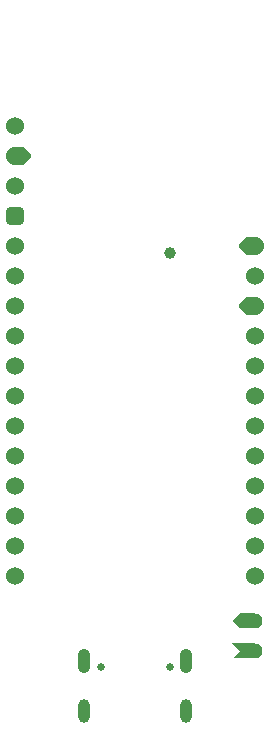
<source format=gbr>
%TF.GenerationSoftware,KiCad,Pcbnew,6.0.1-79c1e3a40b~116~ubuntu21.04.1*%
%TF.CreationDate,2022-03-25T12:06:47+00:00*%
%TF.ProjectId,esp-rust-board,6573702d-7275-4737-942d-626f6172642e,0.1a*%
%TF.SameCoordinates,Original*%
%TF.FileFunction,Soldermask,Bot*%
%TF.FilePolarity,Negative*%
%FSLAX46Y46*%
G04 Gerber Fmt 4.6, Leading zero omitted, Abs format (unit mm)*
G04 Created by KiCad (PCBNEW 6.0.1-79c1e3a40b~116~ubuntu21.04.1) date 2022-03-25 12:06:47*
%MOMM*%
%LPD*%
G01*
G04 APERTURE LIST*
G04 Aperture macros list*
%AMRoundRect*
0 Rectangle with rounded corners*
0 $1 Rounding radius*
0 $2 $3 $4 $5 $6 $7 $8 $9 X,Y pos of 4 corners*
0 Add a 4 corners polygon primitive as box body*
4,1,4,$2,$3,$4,$5,$6,$7,$8,$9,$2,$3,0*
0 Add four circle primitives for the rounded corners*
1,1,$1+$1,$2,$3*
1,1,$1+$1,$4,$5*
1,1,$1+$1,$6,$7*
1,1,$1+$1,$8,$9*
0 Add four rect primitives between the rounded corners*
20,1,$1+$1,$2,$3,$4,$5,0*
20,1,$1+$1,$4,$5,$6,$7,0*
20,1,$1+$1,$6,$7,$8,$9,0*
20,1,$1+$1,$8,$9,$2,$3,0*%
%AMFreePoly0*
4,1,48,0.657385,0.758754,0.662055,0.759085,0.664566,0.757713,0.671070,0.756770,0.697342,0.739806,0.724803,0.724803,1.359803,0.089802,1.381610,0.060599,1.383542,0.051625,1.389035,0.044269,1.390951,0.017212,1.396659,-0.009302,1.393437,-0.017898,1.394085,-0.027054,1.381082,-0.050854,1.371560,-0.076254,1.364204,-0.081747,1.359803,-0.089802,0.724803,-0.724803,0.706679,-0.738336,
0.703611,-0.741872,0.700866,-0.742677,0.695599,-0.746610,0.665023,-0.753192,0.635000,-0.762000,0.000000,-0.762000,-0.006861,-0.761005,-0.015958,-0.761833,-0.184344,-0.739365,-0.343569,-0.680150,-0.485717,-0.587131,-0.603725,-0.464931,-0.691726,-0.319622,-0.745348,-0.158429,-0.761926,0.010639,-0.740634,0.179178,-0.682532,0.338812,-0.590508,0.481606,-0.469134,0.600464,-0.324444,0.689478,
-0.163628,0.744224,-0.021304,0.759183,-0.017894,0.760733,-0.013128,0.760042,-0.003071,0.761099,0.000000,0.762000,0.635000,0.762000,0.657385,0.758754,0.657385,0.758754,$1*%
%AMFreePoly1*
4,1,49,0.002312,0.761665,0.005320,0.761981,0.174003,0.741867,0.334039,0.684881,0.477472,0.593856,0.597174,0.473315,0.687196,0.329249,0.743064,0.168820,0.762000,0.000000,0.761703,-0.021276,0.738060,-0.189502,0.677735,-0.348309,0.583726,-0.489804,0.460705,-0.606956,0.314786,-0.693941,0.153221,-0.746436,0.023340,-0.758256,0.017894,-0.760733,0.009500,-0.759516,0.008003,-0.759652,
0.000000,-0.762000,-0.635000,-0.762000,-0.657384,-0.758754,-0.662054,-0.759085,-0.664565,-0.757713,-0.671070,-0.756770,-0.697347,-0.739803,-0.724802,-0.724803,-1.359803,-0.089803,-1.381610,-0.060599,-1.383542,-0.051624,-1.389035,-0.044268,-1.390951,-0.017209,-1.396658,0.009301,-1.393436,0.017895,-1.394085,0.027055,-1.381079,0.050860,-1.371560,0.076254,-1.364205,0.081746,-1.359803,0.089803,
-0.724802,0.724803,-0.706680,0.738336,-0.703611,0.741872,-0.700865,0.742678,-0.695599,0.746610,-0.665018,0.753194,-0.635000,0.762000,0.000000,0.762000,0.002312,0.761665,0.002312,0.761665,$1*%
%AMFreePoly2*
4,1,20,0.635000,0.000000,0.634861,-0.013298,0.613363,-0.164350,0.556455,-0.305914,0.467422,-0.429816,0.351404,-0.528905,0.215099,-0.597459,0.066376,-0.631521,-0.086179,-0.629125,-0.233759,-0.590408,-0.367844,-0.517606,-0.480692,-0.414922,-0.565789,-0.288284,-0.618223,-0.145003,-0.634231,0.000000,-0.635000,0.000000,-0.635000,1.905000,0.000000,1.270000,0.635000,1.905000,0.635000,0.000000,
0.635000,0.000000,$1*%
%AMFreePoly3*
4,1,20,0.635000,1.270000,0.635000,0.000000,0.634861,-0.013298,0.613363,-0.164350,0.556455,-0.305914,0.467422,-0.429816,0.351404,-0.528905,0.215099,-0.597459,0.066376,-0.631521,-0.086179,-0.629125,-0.233759,-0.590408,-0.367844,-0.517606,-0.480692,-0.414922,-0.565789,-0.288284,-0.618223,-0.145003,-0.634231,0.000000,-0.635000,0.000000,-0.635000,1.270000,0.000000,1.905000,0.635000,1.270000,
0.635000,1.270000,$1*%
G04 Aperture macros list end*
%ADD10C,1.524000*%
%ADD11FreePoly0,0.000000*%
%ADD12RoundRect,0.381000X-0.381000X-0.381000X0.381000X-0.381000X0.381000X0.381000X-0.381000X0.381000X0*%
%ADD13FreePoly1,0.000000*%
%ADD14FreePoly2,90.000000*%
%ADD15FreePoly3,90.000000*%
%ADD16C,0.650000*%
%ADD17O,1.050000X2.100000*%
%ADD18O,1.000000X2.000000*%
%ADD19C,1.000000*%
G04 APERTURE END LIST*
D10*
%TO.C,U4*%
X137922000Y-76454000D03*
D11*
X137922000Y-78994000D03*
D10*
X137922000Y-81534000D03*
D12*
X137922000Y-84074000D03*
D10*
X137922000Y-86614000D03*
X137922000Y-89154000D03*
X137922000Y-91694000D03*
X137922000Y-94234000D03*
X137922000Y-96774000D03*
X137922000Y-99314000D03*
X137922000Y-101854000D03*
X137922000Y-104394000D03*
X137922000Y-106934000D03*
X137922000Y-109474000D03*
X137922000Y-112014000D03*
X137922000Y-114554000D03*
X158242000Y-114554000D03*
X158242000Y-112014000D03*
X158242000Y-109474000D03*
X158242000Y-106934000D03*
X158242000Y-104394000D03*
X158242000Y-101854000D03*
X158242000Y-99314000D03*
X158242000Y-96774000D03*
X158242000Y-94234000D03*
D13*
X158242000Y-91694000D03*
D10*
X158242000Y-89154000D03*
D13*
X158242000Y-86614000D03*
D14*
X158242000Y-120904000D03*
D15*
X158242000Y-118364000D03*
%TD*%
D16*
%TO.C,J1*%
X150972000Y-122304000D03*
X145192000Y-122304000D03*
D17*
X143762000Y-121804000D03*
D18*
X143762000Y-125984000D03*
X152402000Y-125984000D03*
D17*
X152402000Y-121804000D03*
%TD*%
D19*
%TO.C,TP2*%
X151003000Y-87249000D03*
%TD*%
M02*

</source>
